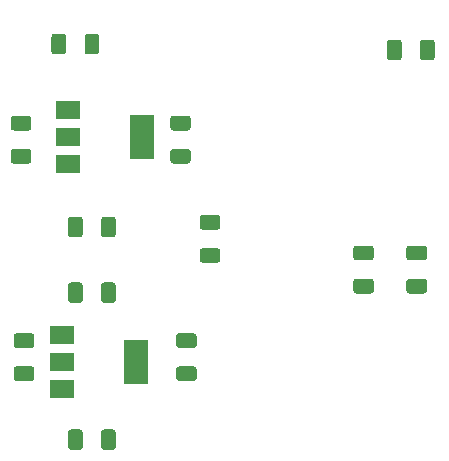
<source format=gbr>
G04 #@! TF.GenerationSoftware,KiCad,Pcbnew,(5.1.6)-1*
G04 #@! TF.CreationDate,2021-06-24T11:46:10+03:00*
G04 #@! TF.ProjectId,power supply,706f7765-7220-4737-9570-706c792e6b69,rev?*
G04 #@! TF.SameCoordinates,Original*
G04 #@! TF.FileFunction,Paste,Top*
G04 #@! TF.FilePolarity,Positive*
%FSLAX46Y46*%
G04 Gerber Fmt 4.6, Leading zero omitted, Abs format (unit mm)*
G04 Created by KiCad (PCBNEW (5.1.6)-1) date 2021-06-24 11:46:10*
%MOMM*%
%LPD*%
G01*
G04 APERTURE LIST*
%ADD10R,2.000000X3.800000*%
%ADD11R,2.000000X1.500000*%
G04 APERTURE END LIST*
G36*
G01*
X127125000Y-125225000D02*
X125875000Y-125225000D01*
G75*
G02*
X125625000Y-124975000I0J250000D01*
G01*
X125625000Y-124225000D01*
G75*
G02*
X125875000Y-123975000I250000J0D01*
G01*
X127125000Y-123975000D01*
G75*
G02*
X127375000Y-124225000I0J-250000D01*
G01*
X127375000Y-124975000D01*
G75*
G02*
X127125000Y-125225000I-250000J0D01*
G01*
G37*
G36*
G01*
X127125000Y-128025000D02*
X125875000Y-128025000D01*
G75*
G02*
X125625000Y-127775000I0J250000D01*
G01*
X125625000Y-127025000D01*
G75*
G02*
X125875000Y-126775000I250000J0D01*
G01*
X127125000Y-126775000D01*
G75*
G02*
X127375000Y-127025000I0J-250000D01*
G01*
X127375000Y-127775000D01*
G75*
G02*
X127125000Y-128025000I-250000J0D01*
G01*
G37*
G36*
G01*
X114475000Y-143625000D02*
X114475000Y-142375000D01*
G75*
G02*
X114725000Y-142125000I250000J0D01*
G01*
X115475000Y-142125000D01*
G75*
G02*
X115725000Y-142375000I0J-250000D01*
G01*
X115725000Y-143625000D01*
G75*
G02*
X115475000Y-143875000I-250000J0D01*
G01*
X114725000Y-143875000D01*
G75*
G02*
X114475000Y-143625000I0J250000D01*
G01*
G37*
G36*
G01*
X117275000Y-143625000D02*
X117275000Y-142375000D01*
G75*
G02*
X117525000Y-142125000I250000J0D01*
G01*
X118275000Y-142125000D01*
G75*
G02*
X118525000Y-142375000I0J-250000D01*
G01*
X118525000Y-143625000D01*
G75*
G02*
X118275000Y-143875000I-250000J0D01*
G01*
X117525000Y-143875000D01*
G75*
G02*
X117275000Y-143625000I0J250000D01*
G01*
G37*
G36*
G01*
X114475000Y-125625000D02*
X114475000Y-124375000D01*
G75*
G02*
X114725000Y-124125000I250000J0D01*
G01*
X115475000Y-124125000D01*
G75*
G02*
X115725000Y-124375000I0J-250000D01*
G01*
X115725000Y-125625000D01*
G75*
G02*
X115475000Y-125875000I-250000J0D01*
G01*
X114725000Y-125875000D01*
G75*
G02*
X114475000Y-125625000I0J250000D01*
G01*
G37*
G36*
G01*
X117275000Y-125625000D02*
X117275000Y-124375000D01*
G75*
G02*
X117525000Y-124125000I250000J0D01*
G01*
X118275000Y-124125000D01*
G75*
G02*
X118525000Y-124375000I0J-250000D01*
G01*
X118525000Y-125625000D01*
G75*
G02*
X118275000Y-125875000I-250000J0D01*
G01*
X117525000Y-125875000D01*
G75*
G02*
X117275000Y-125625000I0J250000D01*
G01*
G37*
G36*
G01*
X123875000Y-136789000D02*
X125125000Y-136789000D01*
G75*
G02*
X125375000Y-137039000I0J-250000D01*
G01*
X125375000Y-137789000D01*
G75*
G02*
X125125000Y-138039000I-250000J0D01*
G01*
X123875000Y-138039000D01*
G75*
G02*
X123625000Y-137789000I0J250000D01*
G01*
X123625000Y-137039000D01*
G75*
G02*
X123875000Y-136789000I250000J0D01*
G01*
G37*
G36*
G01*
X123875000Y-133989000D02*
X125125000Y-133989000D01*
G75*
G02*
X125375000Y-134239000I0J-250000D01*
G01*
X125375000Y-134989000D01*
G75*
G02*
X125125000Y-135239000I-250000J0D01*
G01*
X123875000Y-135239000D01*
G75*
G02*
X123625000Y-134989000I0J250000D01*
G01*
X123625000Y-134239000D01*
G75*
G02*
X123875000Y-133989000I250000J0D01*
G01*
G37*
G36*
G01*
X111125000Y-116825000D02*
X109875000Y-116825000D01*
G75*
G02*
X109625000Y-116575000I0J250000D01*
G01*
X109625000Y-115825000D01*
G75*
G02*
X109875000Y-115575000I250000J0D01*
G01*
X111125000Y-115575000D01*
G75*
G02*
X111375000Y-115825000I0J-250000D01*
G01*
X111375000Y-116575000D01*
G75*
G02*
X111125000Y-116825000I-250000J0D01*
G01*
G37*
G36*
G01*
X111125000Y-119625000D02*
X109875000Y-119625000D01*
G75*
G02*
X109625000Y-119375000I0J250000D01*
G01*
X109625000Y-118625000D01*
G75*
G02*
X109875000Y-118375000I250000J0D01*
G01*
X111125000Y-118375000D01*
G75*
G02*
X111375000Y-118625000I0J-250000D01*
G01*
X111375000Y-119375000D01*
G75*
G02*
X111125000Y-119625000I-250000J0D01*
G01*
G37*
G36*
G01*
X117275000Y-131181000D02*
X117275000Y-129931000D01*
G75*
G02*
X117525000Y-129681000I250000J0D01*
G01*
X118275000Y-129681000D01*
G75*
G02*
X118525000Y-129931000I0J-250000D01*
G01*
X118525000Y-131181000D01*
G75*
G02*
X118275000Y-131431000I-250000J0D01*
G01*
X117525000Y-131431000D01*
G75*
G02*
X117275000Y-131181000I0J250000D01*
G01*
G37*
G36*
G01*
X114475000Y-131181000D02*
X114475000Y-129931000D01*
G75*
G02*
X114725000Y-129681000I250000J0D01*
G01*
X115475000Y-129681000D01*
G75*
G02*
X115725000Y-129931000I0J-250000D01*
G01*
X115725000Y-131181000D01*
G75*
G02*
X115475000Y-131431000I-250000J0D01*
G01*
X114725000Y-131431000D01*
G75*
G02*
X114475000Y-131181000I0J250000D01*
G01*
G37*
G36*
G01*
X124625000Y-116825000D02*
X123375000Y-116825000D01*
G75*
G02*
X123125000Y-116575000I0J250000D01*
G01*
X123125000Y-115825000D01*
G75*
G02*
X123375000Y-115575000I250000J0D01*
G01*
X124625000Y-115575000D01*
G75*
G02*
X124875000Y-115825000I0J-250000D01*
G01*
X124875000Y-116575000D01*
G75*
G02*
X124625000Y-116825000I-250000J0D01*
G01*
G37*
G36*
G01*
X124625000Y-119625000D02*
X123375000Y-119625000D01*
G75*
G02*
X123125000Y-119375000I0J250000D01*
G01*
X123125000Y-118625000D01*
G75*
G02*
X123375000Y-118375000I250000J0D01*
G01*
X124625000Y-118375000D01*
G75*
G02*
X124875000Y-118625000I0J-250000D01*
G01*
X124875000Y-119375000D01*
G75*
G02*
X124625000Y-119625000I-250000J0D01*
G01*
G37*
G36*
G01*
X110119000Y-133989000D02*
X111369000Y-133989000D01*
G75*
G02*
X111619000Y-134239000I0J-250000D01*
G01*
X111619000Y-134989000D01*
G75*
G02*
X111369000Y-135239000I-250000J0D01*
G01*
X110119000Y-135239000D01*
G75*
G02*
X109869000Y-134989000I0J250000D01*
G01*
X109869000Y-134239000D01*
G75*
G02*
X110119000Y-133989000I250000J0D01*
G01*
G37*
G36*
G01*
X110119000Y-136789000D02*
X111369000Y-136789000D01*
G75*
G02*
X111619000Y-137039000I0J-250000D01*
G01*
X111619000Y-137789000D01*
G75*
G02*
X111369000Y-138039000I-250000J0D01*
G01*
X110119000Y-138039000D01*
G75*
G02*
X109869000Y-137789000I0J250000D01*
G01*
X109869000Y-137039000D01*
G75*
G02*
X110119000Y-136789000I250000J0D01*
G01*
G37*
G36*
G01*
X141475000Y-110625000D02*
X141475000Y-109375000D01*
G75*
G02*
X141725000Y-109125000I250000J0D01*
G01*
X142475000Y-109125000D01*
G75*
G02*
X142725000Y-109375000I0J-250000D01*
G01*
X142725000Y-110625000D01*
G75*
G02*
X142475000Y-110875000I-250000J0D01*
G01*
X141725000Y-110875000D01*
G75*
G02*
X141475000Y-110625000I0J250000D01*
G01*
G37*
G36*
G01*
X144275000Y-110625000D02*
X144275000Y-109375000D01*
G75*
G02*
X144525000Y-109125000I250000J0D01*
G01*
X145275000Y-109125000D01*
G75*
G02*
X145525000Y-109375000I0J-250000D01*
G01*
X145525000Y-110625000D01*
G75*
G02*
X145275000Y-110875000I-250000J0D01*
G01*
X144525000Y-110875000D01*
G75*
G02*
X144275000Y-110625000I0J250000D01*
G01*
G37*
D10*
X120244000Y-136398000D03*
D11*
X113944000Y-136398000D03*
X113944000Y-138698000D03*
X113944000Y-134098000D03*
X114452000Y-115048000D03*
X114452000Y-119648000D03*
X114452000Y-117348000D03*
D10*
X120752000Y-117348000D03*
G36*
G01*
X140125000Y-130625000D02*
X138875000Y-130625000D01*
G75*
G02*
X138625000Y-130375000I0J250000D01*
G01*
X138625000Y-129625000D01*
G75*
G02*
X138875000Y-129375000I250000J0D01*
G01*
X140125000Y-129375000D01*
G75*
G02*
X140375000Y-129625000I0J-250000D01*
G01*
X140375000Y-130375000D01*
G75*
G02*
X140125000Y-130625000I-250000J0D01*
G01*
G37*
G36*
G01*
X140125000Y-127825000D02*
X138875000Y-127825000D01*
G75*
G02*
X138625000Y-127575000I0J250000D01*
G01*
X138625000Y-126825000D01*
G75*
G02*
X138875000Y-126575000I250000J0D01*
G01*
X140125000Y-126575000D01*
G75*
G02*
X140375000Y-126825000I0J-250000D01*
G01*
X140375000Y-127575000D01*
G75*
G02*
X140125000Y-127825000I-250000J0D01*
G01*
G37*
G36*
G01*
X117125000Y-108875000D02*
X117125000Y-110125000D01*
G75*
G02*
X116875000Y-110375000I-250000J0D01*
G01*
X116125000Y-110375000D01*
G75*
G02*
X115875000Y-110125000I0J250000D01*
G01*
X115875000Y-108875000D01*
G75*
G02*
X116125000Y-108625000I250000J0D01*
G01*
X116875000Y-108625000D01*
G75*
G02*
X117125000Y-108875000I0J-250000D01*
G01*
G37*
G36*
G01*
X114325000Y-108875000D02*
X114325000Y-110125000D01*
G75*
G02*
X114075000Y-110375000I-250000J0D01*
G01*
X113325000Y-110375000D01*
G75*
G02*
X113075000Y-110125000I0J250000D01*
G01*
X113075000Y-108875000D01*
G75*
G02*
X113325000Y-108625000I250000J0D01*
G01*
X114075000Y-108625000D01*
G75*
G02*
X114325000Y-108875000I0J-250000D01*
G01*
G37*
G36*
G01*
X143375000Y-129375000D02*
X144625000Y-129375000D01*
G75*
G02*
X144875000Y-129625000I0J-250000D01*
G01*
X144875000Y-130375000D01*
G75*
G02*
X144625000Y-130625000I-250000J0D01*
G01*
X143375000Y-130625000D01*
G75*
G02*
X143125000Y-130375000I0J250000D01*
G01*
X143125000Y-129625000D01*
G75*
G02*
X143375000Y-129375000I250000J0D01*
G01*
G37*
G36*
G01*
X143375000Y-126575000D02*
X144625000Y-126575000D01*
G75*
G02*
X144875000Y-126825000I0J-250000D01*
G01*
X144875000Y-127575000D01*
G75*
G02*
X144625000Y-127825000I-250000J0D01*
G01*
X143375000Y-127825000D01*
G75*
G02*
X143125000Y-127575000I0J250000D01*
G01*
X143125000Y-126825000D01*
G75*
G02*
X143375000Y-126575000I250000J0D01*
G01*
G37*
M02*

</source>
